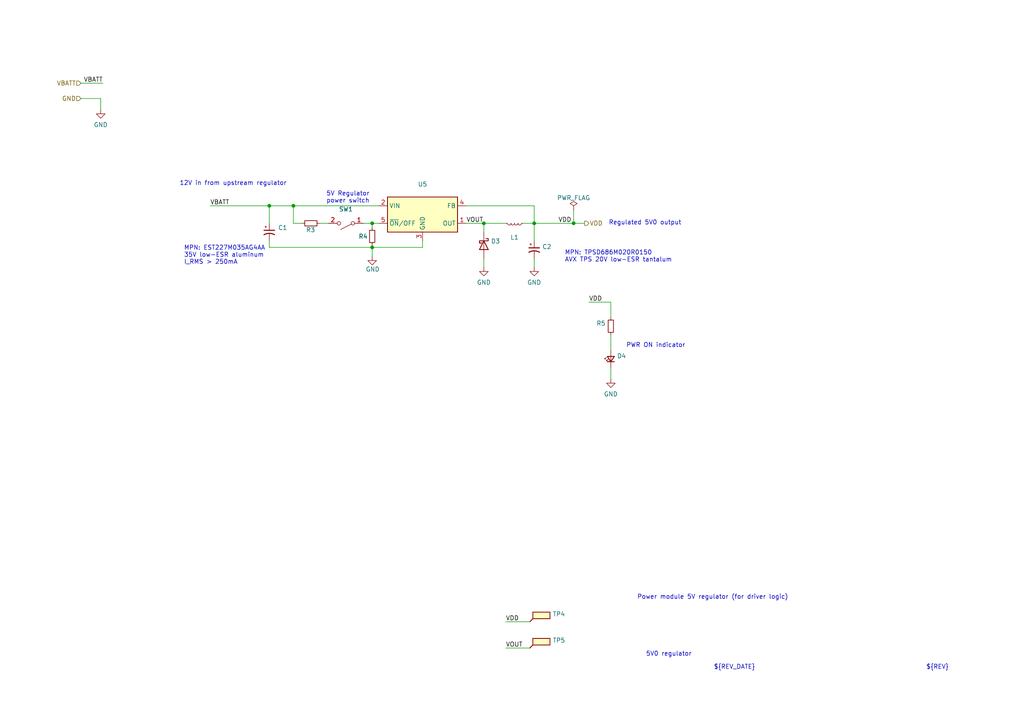
<source format=kicad_sch>
(kicad_sch (version 20211123) (generator eeschema)

  (uuid 090e5b22-8970-4db2-848e-e232f985bb96)

  (paper "A4")

  (lib_symbols
    (symbol "Connector:TestPoint_Flag" (pin_numbers hide) (pin_names (offset 0.762) hide) (in_bom yes) (on_board yes)
      (property "Reference" "TP" (id 0) (at 3.429 1.778 0)
        (effects (font (size 1.27 1.27)))
      )
      (property "Value" "TestPoint_Flag" (id 1) (at 3.302 4.191 0)
        (effects (font (size 1.27 1.27)))
      )
      (property "Footprint" "" (id 2) (at 5.08 0 0)
        (effects (font (size 1.27 1.27)) hide)
      )
      (property "Datasheet" "~" (id 3) (at 5.08 0 0)
        (effects (font (size 1.27 1.27)) hide)
      )
      (property "ki_keywords" "test point tp" (id 4) (at 0 0 0)
        (effects (font (size 1.27 1.27)) hide)
      )
      (property "ki_description" "test point (alternative flag-style design)" (id 5) (at 0 0 0)
        (effects (font (size 1.27 1.27)) hide)
      )
      (property "ki_fp_filters" "Pin* Test*" (id 6) (at 0 0 0)
        (effects (font (size 1.27 1.27)) hide)
      )
      (symbol "TestPoint_Flag_0_1"
        (polyline
          (pts
            (xy 0 0)
            (xy 0.889 0.889)
          )
          (stroke (width 0.254) (type default) (color 0 0 0 0))
          (fill (type none))
        )
        (rectangle (start 0.889 2.794) (end 5.842 0.889)
          (stroke (width 0.254) (type default) (color 0 0 0 0))
          (fill (type background))
        )
      )
      (symbol "TestPoint_Flag_1_1"
        (pin passive line (at 0 0 90) (length 0)
          (name "1" (effects (font (size 1.27 1.27))))
          (number "1" (effects (font (size 1.27 1.27))))
        )
      )
    )
    (symbol "Device:C_Polarized_Small_US" (pin_numbers hide) (pin_names (offset 0.254) hide) (in_bom yes) (on_board yes)
      (property "Reference" "C" (id 0) (at 0.254 1.778 0)
        (effects (font (size 1.27 1.27)) (justify left))
      )
      (property "Value" "C_Polarized_Small_US" (id 1) (at 0.254 -2.032 0)
        (effects (font (size 1.27 1.27)) (justify left))
      )
      (property "Footprint" "" (id 2) (at 0 0 0)
        (effects (font (size 1.27 1.27)) hide)
      )
      (property "Datasheet" "~" (id 3) (at 0 0 0)
        (effects (font (size 1.27 1.27)) hide)
      )
      (property "ki_keywords" "cap capacitor" (id 4) (at 0 0 0)
        (effects (font (size 1.27 1.27)) hide)
      )
      (property "ki_description" "Polarized capacitor, small US symbol" (id 5) (at 0 0 0)
        (effects (font (size 1.27 1.27)) hide)
      )
      (property "ki_fp_filters" "CP_*" (id 6) (at 0 0 0)
        (effects (font (size 1.27 1.27)) hide)
      )
      (symbol "C_Polarized_Small_US_0_1"
        (polyline
          (pts
            (xy -1.524 0.508)
            (xy 1.524 0.508)
          )
          (stroke (width 0.3048) (type default) (color 0 0 0 0))
          (fill (type none))
        )
        (polyline
          (pts
            (xy -1.27 1.524)
            (xy -0.762 1.524)
          )
          (stroke (width 0) (type default) (color 0 0 0 0))
          (fill (type none))
        )
        (polyline
          (pts
            (xy -1.016 1.27)
            (xy -1.016 1.778)
          )
          (stroke (width 0) (type default) (color 0 0 0 0))
          (fill (type none))
        )
        (arc (start 1.524 -0.762) (mid 0 -0.3734) (end -1.524 -0.762)
          (stroke (width 0.3048) (type default) (color 0 0 0 0))
          (fill (type none))
        )
      )
      (symbol "C_Polarized_Small_US_1_1"
        (pin passive line (at 0 2.54 270) (length 2.032)
          (name "~" (effects (font (size 1.27 1.27))))
          (number "1" (effects (font (size 1.27 1.27))))
        )
        (pin passive line (at 0 -2.54 90) (length 2.032)
          (name "~" (effects (font (size 1.27 1.27))))
          (number "2" (effects (font (size 1.27 1.27))))
        )
      )
    )
    (symbol "Device:D_Schottky" (pin_numbers hide) (pin_names (offset 1.016) hide) (in_bom yes) (on_board yes)
      (property "Reference" "D" (id 0) (at 0 2.54 0)
        (effects (font (size 1.27 1.27)))
      )
      (property "Value" "D_Schottky" (id 1) (at 0 -2.54 0)
        (effects (font (size 1.27 1.27)))
      )
      (property "Footprint" "" (id 2) (at 0 0 0)
        (effects (font (size 1.27 1.27)) hide)
      )
      (property "Datasheet" "~" (id 3) (at 0 0 0)
        (effects (font (size 1.27 1.27)) hide)
      )
      (property "ki_keywords" "diode Schottky" (id 4) (at 0 0 0)
        (effects (font (size 1.27 1.27)) hide)
      )
      (property "ki_description" "Schottky diode" (id 5) (at 0 0 0)
        (effects (font (size 1.27 1.27)) hide)
      )
      (property "ki_fp_filters" "TO-???* *_Diode_* *SingleDiode* D_*" (id 6) (at 0 0 0)
        (effects (font (size 1.27 1.27)) hide)
      )
      (symbol "D_Schottky_0_1"
        (polyline
          (pts
            (xy 1.27 0)
            (xy -1.27 0)
          )
          (stroke (width 0) (type default) (color 0 0 0 0))
          (fill (type none))
        )
        (polyline
          (pts
            (xy 1.27 1.27)
            (xy 1.27 -1.27)
            (xy -1.27 0)
            (xy 1.27 1.27)
          )
          (stroke (width 0.254) (type default) (color 0 0 0 0))
          (fill (type none))
        )
        (polyline
          (pts
            (xy -1.905 0.635)
            (xy -1.905 1.27)
            (xy -1.27 1.27)
            (xy -1.27 -1.27)
            (xy -0.635 -1.27)
            (xy -0.635 -0.635)
          )
          (stroke (width 0.254) (type default) (color 0 0 0 0))
          (fill (type none))
        )
      )
      (symbol "D_Schottky_1_1"
        (pin passive line (at -3.81 0 0) (length 2.54)
          (name "K" (effects (font (size 1.27 1.27))))
          (number "1" (effects (font (size 1.27 1.27))))
        )
        (pin passive line (at 3.81 0 180) (length 2.54)
          (name "A" (effects (font (size 1.27 1.27))))
          (number "2" (effects (font (size 1.27 1.27))))
        )
      )
    )
    (symbol "Device:LED_Small" (pin_numbers hide) (pin_names (offset 0.254) hide) (in_bom yes) (on_board yes)
      (property "Reference" "D" (id 0) (at -1.27 3.175 0)
        (effects (font (size 1.27 1.27)) (justify left))
      )
      (property "Value" "LED_Small" (id 1) (at -4.445 -2.54 0)
        (effects (font (size 1.27 1.27)) (justify left))
      )
      (property "Footprint" "" (id 2) (at 0 0 90)
        (effects (font (size 1.27 1.27)) hide)
      )
      (property "Datasheet" "~" (id 3) (at 0 0 90)
        (effects (font (size 1.27 1.27)) hide)
      )
      (property "ki_keywords" "LED diode light-emitting-diode" (id 4) (at 0 0 0)
        (effects (font (size 1.27 1.27)) hide)
      )
      (property "ki_description" "Light emitting diode, small symbol" (id 5) (at 0 0 0)
        (effects (font (size 1.27 1.27)) hide)
      )
      (property "ki_fp_filters" "LED* LED_SMD:* LED_THT:*" (id 6) (at 0 0 0)
        (effects (font (size 1.27 1.27)) hide)
      )
      (symbol "LED_Small_0_1"
        (polyline
          (pts
            (xy -0.762 -1.016)
            (xy -0.762 1.016)
          )
          (stroke (width 0.254) (type default) (color 0 0 0 0))
          (fill (type none))
        )
        (polyline
          (pts
            (xy 1.016 0)
            (xy -0.762 0)
          )
          (stroke (width 0) (type default) (color 0 0 0 0))
          (fill (type none))
        )
        (polyline
          (pts
            (xy 0.762 -1.016)
            (xy -0.762 0)
            (xy 0.762 1.016)
            (xy 0.762 -1.016)
          )
          (stroke (width 0.254) (type default) (color 0 0 0 0))
          (fill (type none))
        )
        (polyline
          (pts
            (xy 0 0.762)
            (xy -0.508 1.27)
            (xy -0.254 1.27)
            (xy -0.508 1.27)
            (xy -0.508 1.016)
          )
          (stroke (width 0) (type default) (color 0 0 0 0))
          (fill (type none))
        )
        (polyline
          (pts
            (xy 0.508 1.27)
            (xy 0 1.778)
            (xy 0.254 1.778)
            (xy 0 1.778)
            (xy 0 1.524)
          )
          (stroke (width 0) (type default) (color 0 0 0 0))
          (fill (type none))
        )
      )
      (symbol "LED_Small_1_1"
        (pin passive line (at -2.54 0 0) (length 1.778)
          (name "K" (effects (font (size 1.27 1.27))))
          (number "1" (effects (font (size 1.27 1.27))))
        )
        (pin passive line (at 2.54 0 180) (length 1.778)
          (name "A" (effects (font (size 1.27 1.27))))
          (number "2" (effects (font (size 1.27 1.27))))
        )
      )
    )
    (symbol "Device:L_Small" (pin_numbers hide) (pin_names (offset 0.254) hide) (in_bom yes) (on_board yes)
      (property "Reference" "L" (id 0) (at 0.762 1.016 0)
        (effects (font (size 1.27 1.27)) (justify left))
      )
      (property "Value" "L_Small" (id 1) (at 0.762 -1.016 0)
        (effects (font (size 1.27 1.27)) (justify left))
      )
      (property "Footprint" "" (id 2) (at 0 0 0)
        (effects (font (size 1.27 1.27)) hide)
      )
      (property "Datasheet" "~" (id 3) (at 0 0 0)
        (effects (font (size 1.27 1.27)) hide)
      )
      (property "ki_keywords" "inductor choke coil reactor magnetic" (id 4) (at 0 0 0)
        (effects (font (size 1.27 1.27)) hide)
      )
      (property "ki_description" "Inductor, small symbol" (id 5) (at 0 0 0)
        (effects (font (size 1.27 1.27)) hide)
      )
      (property "ki_fp_filters" "Choke_* *Coil* Inductor_* L_*" (id 6) (at 0 0 0)
        (effects (font (size 1.27 1.27)) hide)
      )
      (symbol "L_Small_0_1"
        (arc (start 0 -2.032) (mid 0.508 -1.524) (end 0 -1.016)
          (stroke (width 0) (type default) (color 0 0 0 0))
          (fill (type none))
        )
        (arc (start 0 -1.016) (mid 0.508 -0.508) (end 0 0)
          (stroke (width 0) (type default) (color 0 0 0 0))
          (fill (type none))
        )
        (arc (start 0 0) (mid 0.508 0.508) (end 0 1.016)
          (stroke (width 0) (type default) (color 0 0 0 0))
          (fill (type none))
        )
        (arc (start 0 1.016) (mid 0.508 1.524) (end 0 2.032)
          (stroke (width 0) (type default) (color 0 0 0 0))
          (fill (type none))
        )
      )
      (symbol "L_Small_1_1"
        (pin passive line (at 0 2.54 270) (length 0.508)
          (name "~" (effects (font (size 1.27 1.27))))
          (number "1" (effects (font (size 1.27 1.27))))
        )
        (pin passive line (at 0 -2.54 90) (length 0.508)
          (name "~" (effects (font (size 1.27 1.27))))
          (number "2" (effects (font (size 1.27 1.27))))
        )
      )
    )
    (symbol "Device:R_Small" (pin_numbers hide) (pin_names (offset 0.254) hide) (in_bom yes) (on_board yes)
      (property "Reference" "R" (id 0) (at 0.762 0.508 0)
        (effects (font (size 1.27 1.27)) (justify left))
      )
      (property "Value" "R_Small" (id 1) (at 0.762 -1.016 0)
        (effects (font (size 1.27 1.27)) (justify left))
      )
      (property "Footprint" "" (id 2) (at 0 0 0)
        (effects (font (size 1.27 1.27)) hide)
      )
      (property "Datasheet" "~" (id 3) (at 0 0 0)
        (effects (font (size 1.27 1.27)) hide)
      )
      (property "ki_keywords" "R resistor" (id 4) (at 0 0 0)
        (effects (font (size 1.27 1.27)) hide)
      )
      (property "ki_description" "Resistor, small symbol" (id 5) (at 0 0 0)
        (effects (font (size 1.27 1.27)) hide)
      )
      (property "ki_fp_filters" "R_*" (id 6) (at 0 0 0)
        (effects (font (size 1.27 1.27)) hide)
      )
      (symbol "R_Small_0_1"
        (rectangle (start -0.762 1.778) (end 0.762 -1.778)
          (stroke (width 0.2032) (type default) (color 0 0 0 0))
          (fill (type none))
        )
      )
      (symbol "R_Small_1_1"
        (pin passive line (at 0 2.54 270) (length 0.762)
          (name "~" (effects (font (size 1.27 1.27))))
          (number "1" (effects (font (size 1.27 1.27))))
        )
        (pin passive line (at 0 -2.54 90) (length 0.762)
          (name "~" (effects (font (size 1.27 1.27))))
          (number "2" (effects (font (size 1.27 1.27))))
        )
      )
    )
    (symbol "Regulator_Switching:LM2595T-5" (in_bom yes) (on_board yes)
      (property "Reference" "U" (id 0) (at -10.16 6.35 0)
        (effects (font (size 1.27 1.27)) (justify left))
      )
      (property "Value" "LM2595T-5" (id 1) (at 0 6.35 0)
        (effects (font (size 1.27 1.27)) (justify left))
      )
      (property "Footprint" "Package_TO_SOT_THT:TO-220-5_P3.4x3.7mm_StaggerOdd_Lead3.8mm_Vertical" (id 2) (at 1.27 -6.35 0)
        (effects (font (size 1.27 1.27) italic) (justify left) hide)
      )
      (property "Datasheet" "http://www.ti.com.cn/cn/lit/ds/symlink/lm2595.pdf" (id 3) (at 0 0 0)
        (effects (font (size 1.27 1.27)) hide)
      )
      (property "ki_keywords" "Step-Down Voltage Regulator 5V 1A" (id 4) (at 0 0 0)
        (effects (font (size 1.27 1.27)) hide)
      )
      (property "ki_description" "5V, 1A Step-Down Voltage Regulator, TO-220-5" (id 5) (at 0 0 0)
        (effects (font (size 1.27 1.27)) hide)
      )
      (property "ki_fp_filters" "TO?220*" (id 6) (at 0 0 0)
        (effects (font (size 1.27 1.27)) hide)
      )
      (symbol "LM2595T-5_0_1"
        (rectangle (start -10.16 5.08) (end 10.16 -5.08)
          (stroke (width 0.254) (type default) (color 0 0 0 0))
          (fill (type background))
        )
      )
      (symbol "LM2595T-5_1_1"
        (pin output line (at 12.7 -2.54 180) (length 2.54)
          (name "OUT" (effects (font (size 1.27 1.27))))
          (number "1" (effects (font (size 1.27 1.27))))
        )
        (pin power_in line (at -12.7 2.54 0) (length 2.54)
          (name "VIN" (effects (font (size 1.27 1.27))))
          (number "2" (effects (font (size 1.27 1.27))))
        )
        (pin power_in line (at 0 -7.62 90) (length 2.54)
          (name "GND" (effects (font (size 1.27 1.27))))
          (number "3" (effects (font (size 1.27 1.27))))
        )
        (pin input line (at 12.7 2.54 180) (length 2.54)
          (name "FB" (effects (font (size 1.27 1.27))))
          (number "4" (effects (font (size 1.27 1.27))))
        )
        (pin input line (at -12.7 -2.54 0) (length 2.54)
          (name "~{ON}/OFF" (effects (font (size 1.27 1.27))))
          (number "5" (effects (font (size 1.27 1.27))))
        )
      )
    )
    (symbol "Switch:SW_SPST" (pin_names (offset 0) hide) (in_bom yes) (on_board yes)
      (property "Reference" "SW" (id 0) (at 0 3.175 0)
        (effects (font (size 1.27 1.27)))
      )
      (property "Value" "SW_SPST" (id 1) (at 0 -2.54 0)
        (effects (font (size 1.27 1.27)))
      )
      (property "Footprint" "" (id 2) (at 0 0 0)
        (effects (font (size 1.27 1.27)) hide)
      )
      (property "Datasheet" "~" (id 3) (at 0 0 0)
        (effects (font (size 1.27 1.27)) hide)
      )
      (property "ki_keywords" "switch lever" (id 4) (at 0 0 0)
        (effects (font (size 1.27 1.27)) hide)
      )
      (property "ki_description" "Single Pole Single Throw (SPST) switch" (id 5) (at 0 0 0)
        (effects (font (size 1.27 1.27)) hide)
      )
      (symbol "SW_SPST_0_0"
        (circle (center -2.032 0) (radius 0.508)
          (stroke (width 0) (type default) (color 0 0 0 0))
          (fill (type none))
        )
        (polyline
          (pts
            (xy -1.524 0.254)
            (xy 1.524 1.778)
          )
          (stroke (width 0) (type default) (color 0 0 0 0))
          (fill (type none))
        )
        (circle (center 2.032 0) (radius 0.508)
          (stroke (width 0) (type default) (color 0 0 0 0))
          (fill (type none))
        )
      )
      (symbol "SW_SPST_1_1"
        (pin passive line (at -5.08 0 0) (length 2.54)
          (name "A" (effects (font (size 1.27 1.27))))
          (number "1" (effects (font (size 1.27 1.27))))
        )
        (pin passive line (at 5.08 0 180) (length 2.54)
          (name "B" (effects (font (size 1.27 1.27))))
          (number "2" (effects (font (size 1.27 1.27))))
        )
      )
    )
    (symbol "power:GND" (power) (pin_names (offset 0)) (in_bom yes) (on_board yes)
      (property "Reference" "#PWR" (id 0) (at 0 -6.35 0)
        (effects (font (size 1.27 1.27)) hide)
      )
      (property "Value" "GND" (id 1) (at 0 -3.81 0)
        (effects (font (size 1.27 1.27)))
      )
      (property "Footprint" "" (id 2) (at 0 0 0)
        (effects (font (size 1.27 1.27)) hide)
      )
      (property "Datasheet" "" (id 3) (at 0 0 0)
        (effects (font (size 1.27 1.27)) hide)
      )
      (property "ki_keywords" "power-flag" (id 4) (at 0 0 0)
        (effects (font (size 1.27 1.27)) hide)
      )
      (property "ki_description" "Power symbol creates a global label with name \"GND\" , ground" (id 5) (at 0 0 0)
        (effects (font (size 1.27 1.27)) hide)
      )
      (symbol "GND_0_1"
        (polyline
          (pts
            (xy 0 0)
            (xy 0 -1.27)
            (xy 1.27 -1.27)
            (xy 0 -2.54)
            (xy -1.27 -1.27)
            (xy 0 -1.27)
          )
          (stroke (width 0) (type default) (color 0 0 0 0))
          (fill (type none))
        )
      )
      (symbol "GND_1_1"
        (pin power_in line (at 0 0 270) (length 0) hide
          (name "GND" (effects (font (size 1.27 1.27))))
          (number "1" (effects (font (size 1.27 1.27))))
        )
      )
    )
    (symbol "power:PWR_FLAG" (power) (pin_numbers hide) (pin_names (offset 0) hide) (in_bom yes) (on_board yes)
      (property "Reference" "#FLG" (id 0) (at 0 1.905 0)
        (effects (font (size 1.27 1.27)) hide)
      )
      (property "Value" "PWR_FLAG" (id 1) (at 0 3.81 0)
        (effects (font (size 1.27 1.27)))
      )
      (property "Footprint" "" (id 2) (at 0 0 0)
        (effects (font (size 1.27 1.27)) hide)
      )
      (property "Datasheet" "~" (id 3) (at 0 0 0)
        (effects (font (size 1.27 1.27)) hide)
      )
      (property "ki_keywords" "power-flag" (id 4) (at 0 0 0)
        (effects (font (size 1.27 1.27)) hide)
      )
      (property "ki_description" "Special symbol for telling ERC where power comes from" (id 5) (at 0 0 0)
        (effects (font (size 1.27 1.27)) hide)
      )
      (symbol "PWR_FLAG_0_0"
        (pin power_out line (at 0 0 90) (length 0)
          (name "pwr" (effects (font (size 1.27 1.27))))
          (number "1" (effects (font (size 1.27 1.27))))
        )
      )
      (symbol "PWR_FLAG_0_1"
        (polyline
          (pts
            (xy 0 0)
            (xy 0 1.27)
            (xy -1.016 1.905)
            (xy 0 2.54)
            (xy 1.016 1.905)
            (xy 0 1.27)
          )
          (stroke (width 0) (type default) (color 0 0 0 0))
          (fill (type none))
        )
      )
    )
  )

  (junction (at 78.105 59.69) (diameter 0) (color 0 0 0 0)
    (uuid 2beaeb1f-be2d-4eae-86db-4de23608a7b3)
  )
  (junction (at 107.95 64.77) (diameter 0) (color 0 0 0 0)
    (uuid 42707efe-53da-404d-bbcd-10a2cb955d41)
  )
  (junction (at 140.335 64.77) (diameter 0) (color 0 0 0 0)
    (uuid 6cf63b50-9753-46e3-9a5c-196472c9c47c)
  )
  (junction (at 154.94 64.77) (diameter 0) (color 0 0 0 0)
    (uuid 87404ed6-a61a-4766-acd6-7aa887502b10)
  )
  (junction (at 85.09 59.69) (diameter 0) (color 0 0 0 0)
    (uuid acdf5b4a-124f-4dec-8681-c214e1a16017)
  )
  (junction (at 107.95 71.755) (diameter 0) (color 0 0 0 0)
    (uuid c258b015-f279-424c-b071-96fdfa741262)
  )
  (junction (at 166.37 64.77) (diameter 0) (color 0 0 0 0)
    (uuid f3b74707-6c04-4176-9960-86b125e6b113)
  )

  (wire (pts (xy 78.105 69.85) (xy 78.105 71.755))
    (stroke (width 0) (type default) (color 0 0 0 0))
    (uuid 0078fbf2-0b7f-48a6-acee-5c58b07fba98)
  )
  (wire (pts (xy 78.105 71.755) (xy 107.95 71.755))
    (stroke (width 0) (type default) (color 0 0 0 0))
    (uuid 09351f79-a69f-490c-a377-4240af681450)
  )
  (wire (pts (xy 177.165 87.63) (xy 177.165 92.075))
    (stroke (width 0) (type default) (color 0 0 0 0))
    (uuid 096cf7b3-d386-4c4a-a127-45d7562839da)
  )
  (wire (pts (xy 154.94 64.77) (xy 166.37 64.77))
    (stroke (width 0) (type default) (color 0 0 0 0))
    (uuid 0c21b9d9-3366-498d-97d8-a18e2e9a748e)
  )
  (wire (pts (xy 154.94 74.93) (xy 154.94 77.47))
    (stroke (width 0) (type default) (color 0 0 0 0))
    (uuid 0d7c3633-7661-4c4e-9d28-f175badbe1a8)
  )
  (wire (pts (xy 85.09 59.69) (xy 109.855 59.69))
    (stroke (width 0) (type default) (color 0 0 0 0))
    (uuid 17fb74b7-7483-4e08-a1cd-2f483e2f237e)
  )
  (wire (pts (xy 78.105 59.69) (xy 78.105 64.77))
    (stroke (width 0) (type default) (color 0 0 0 0))
    (uuid 243d1e65-9462-44f2-810d-ed690910cdb8)
  )
  (wire (pts (xy 23.495 24.13) (xy 29.845 24.13))
    (stroke (width 0) (type default) (color 0 0 0 0))
    (uuid 3317b5f9-4842-485c-b495-26278c6f5411)
  )
  (wire (pts (xy 146.685 180.34) (xy 153.67 180.34))
    (stroke (width 0) (type default) (color 0 0 0 0))
    (uuid 3e643942-d28b-4880-be4d-509a1fbac50e)
  )
  (wire (pts (xy 154.94 59.69) (xy 154.94 64.77))
    (stroke (width 0) (type default) (color 0 0 0 0))
    (uuid 43a780f9-5de1-406f-8a46-bdc2778ba399)
  )
  (wire (pts (xy 105.41 64.77) (xy 107.95 64.77))
    (stroke (width 0) (type default) (color 0 0 0 0))
    (uuid 5eec7e8e-4b37-4367-8eb6-89c0b6817359)
  )
  (wire (pts (xy 107.95 71.755) (xy 107.95 74.295))
    (stroke (width 0) (type default) (color 0 0 0 0))
    (uuid 62bade1d-a0fa-4a00-83df-ec3825acbf80)
  )
  (wire (pts (xy 135.255 59.69) (xy 154.94 59.69))
    (stroke (width 0) (type default) (color 0 0 0 0))
    (uuid 6817e96f-ecc0-4063-ab68-2455a6a45417)
  )
  (wire (pts (xy 85.09 64.77) (xy 85.09 59.69))
    (stroke (width 0) (type default) (color 0 0 0 0))
    (uuid 6d334d7d-ff08-49b7-814f-958cb901cd3d)
  )
  (wire (pts (xy 107.95 71.755) (xy 122.555 71.755))
    (stroke (width 0) (type default) (color 0 0 0 0))
    (uuid 7200c1e8-86a4-45e9-b37c-3adefd3ea9bc)
  )
  (wire (pts (xy 87.63 64.77) (xy 85.09 64.77))
    (stroke (width 0) (type default) (color 0 0 0 0))
    (uuid 732f9003-cf4a-467b-a489-b2d9a6decd00)
  )
  (wire (pts (xy 135.255 64.77) (xy 140.335 64.77))
    (stroke (width 0) (type default) (color 0 0 0 0))
    (uuid 758062d1-9128-469a-8099-8ec86af56476)
  )
  (wire (pts (xy 166.37 60.96) (xy 166.37 64.77))
    (stroke (width 0) (type default) (color 0 0 0 0))
    (uuid 7be6867a-20ce-48bf-80f7-514009d5aaa8)
  )
  (wire (pts (xy 140.335 64.77) (xy 146.685 64.77))
    (stroke (width 0) (type default) (color 0 0 0 0))
    (uuid 7e4a054b-b85e-4946-97df-fed567c2c37c)
  )
  (wire (pts (xy 166.37 64.77) (xy 169.545 64.77))
    (stroke (width 0) (type default) (color 0 0 0 0))
    (uuid 82df34c5-d10a-4790-8381-2954add487a3)
  )
  (wire (pts (xy 140.335 67.31) (xy 140.335 64.77))
    (stroke (width 0) (type default) (color 0 0 0 0))
    (uuid 96dcb930-7b5b-4d28-893d-dca3dc5cde7a)
  )
  (wire (pts (xy 146.685 187.96) (xy 153.67 187.96))
    (stroke (width 0) (type default) (color 0 0 0 0))
    (uuid 9eb3d7af-6b9c-42a3-98dc-830f07f41f04)
  )
  (wire (pts (xy 140.335 74.93) (xy 140.335 77.47))
    (stroke (width 0) (type default) (color 0 0 0 0))
    (uuid a541849a-df89-4690-b9e4-1f46ceb1c5fb)
  )
  (wire (pts (xy 107.95 71.12) (xy 107.95 71.755))
    (stroke (width 0) (type default) (color 0 0 0 0))
    (uuid a571af83-a819-4213-a205-6a3d4167576a)
  )
  (wire (pts (xy 154.94 64.77) (xy 154.94 69.85))
    (stroke (width 0) (type default) (color 0 0 0 0))
    (uuid bca6164a-5cf6-4245-b970-d585fa6130c8)
  )
  (wire (pts (xy 23.495 28.575) (xy 29.21 28.575))
    (stroke (width 0) (type default) (color 0 0 0 0))
    (uuid cadb8a6a-c25c-4065-af2e-e100afd3a7c2)
  )
  (wire (pts (xy 177.165 106.68) (xy 177.165 109.855))
    (stroke (width 0) (type default) (color 0 0 0 0))
    (uuid cf8d3559-8e92-44cf-94fb-df65c6a6c462)
  )
  (wire (pts (xy 107.95 64.77) (xy 107.95 66.04))
    (stroke (width 0) (type default) (color 0 0 0 0))
    (uuid d5512f2f-7c5f-46eb-ab16-d90baa5cda2e)
  )
  (wire (pts (xy 170.815 87.63) (xy 177.165 87.63))
    (stroke (width 0) (type default) (color 0 0 0 0))
    (uuid d8f80aed-97b2-4fa1-82d4-59895a6c80b1)
  )
  (wire (pts (xy 122.555 71.755) (xy 122.555 69.85))
    (stroke (width 0) (type default) (color 0 0 0 0))
    (uuid def2d54e-5eb2-41c7-87e7-9065702de384)
  )
  (wire (pts (xy 177.165 97.155) (xy 177.165 101.6))
    (stroke (width 0) (type default) (color 0 0 0 0))
    (uuid e731be15-55d3-4566-bef3-4b77ed3f848a)
  )
  (wire (pts (xy 92.71 64.77) (xy 95.25 64.77))
    (stroke (width 0) (type default) (color 0 0 0 0))
    (uuid e858366f-5495-4a43-abd9-13c2a6aa2f32)
  )
  (wire (pts (xy 78.105 59.69) (xy 85.09 59.69))
    (stroke (width 0) (type default) (color 0 0 0 0))
    (uuid f059a5e0-ad42-4eac-85de-01cbe750e9ab)
  )
  (wire (pts (xy 107.95 64.77) (xy 109.855 64.77))
    (stroke (width 0) (type default) (color 0 0 0 0))
    (uuid f3e5e801-58bf-427b-9971-b51411db42ce)
  )
  (wire (pts (xy 29.21 28.575) (xy 29.21 31.75))
    (stroke (width 0) (type default) (color 0 0 0 0))
    (uuid f52ce944-97f0-4249-975b-14d1821e48b4)
  )
  (wire (pts (xy 151.765 64.77) (xy 154.94 64.77))
    (stroke (width 0) (type default) (color 0 0 0 0))
    (uuid f6326965-cd07-48f2-87f3-c97517bef0ce)
  )
  (wire (pts (xy 60.96 59.69) (xy 78.105 59.69))
    (stroke (width 0) (type default) (color 0 0 0 0))
    (uuid ff7b739c-3ff5-431a-9072-c40bd3d1a203)
  )

  (text "MPN: TPSD686M020R0150\nAVX TPS 20V low-ESR tantalum"
    (at 163.7875 76.1683 0)
    (effects (font (size 1.27 1.27)) (justify left bottom))
    (uuid 013c83a2-f633-4742-94e2-f3f8e32a80ea)
  )
  (text "12V in from upstream regulator" (at 52.07 53.975 0)
    (effects (font (size 1.27 1.27)) (justify left bottom))
    (uuid 18f40c84-a8c3-4547-929a-1125820d20f3)
  )
  (text "Power module 5V regulator (for driver logic)" (at 184.785 173.99 0)
    (effects (font (size 1.27 1.27)) (justify left bottom))
    (uuid 1e89f816-517b-4dbb-85de-7ec626bbb343)
  )
  (text "MPN: EST227M035AG4AA\n35V low-ESR aluminum\nI_RMS > 250mA\n"
    (at 53.34 76.835 0)
    (effects (font (size 1.27 1.27)) (justify left bottom))
    (uuid 22f9c55d-74d8-4330-96cf-da1e6b20da49)
  )
  (text "${REV}\n" (at 268.605 194.31 0)
    (effects (font (size 1.27 1.27)) (justify left bottom))
    (uuid 41ef08a2-6365-4cec-8756-fefe32772dc1)
  )
  (text "Regulated 5V0 output" (at 176.53 65.405 0)
    (effects (font (size 1.27 1.27)) (justify left bottom))
    (uuid 45676493-f30b-43e9-be27-6fc73d4df73c)
  )
  (text "5V0 regulator" (at 187.325 190.5 0)
    (effects (font (size 1.27 1.27)) (justify left bottom))
    (uuid 4850a3c3-53fa-4223-afa1-096d1a2b9de0)
  )
  (text "5V Regulator\npower switch" (at 94.615 59.055 0)
    (effects (font (size 1.27 1.27)) (justify left bottom))
    (uuid 4873f97c-1ea6-411c-9328-08e9698c0b99)
  )
  (text "${REV_DATE}" (at 207.01 194.31 0)
    (effects (font (size 1.27 1.27)) (justify left bottom))
    (uuid 5c59c4bc-d629-4787-8c5f-935c43612459)
  )
  (text "PWR ON indicator" (at 181.61 100.965 0)
    (effects (font (size 1.27 1.27)) (justify left bottom))
    (uuid dccc239a-9df1-4b37-bdf7-6d3ed7655dee)
  )

  (label "VBATT" (at 29.845 24.13 180)
    (effects (font (size 1.27 1.27)) (justify right bottom))
    (uuid 13fb7a70-8eca-4ede-8c82-19167cd6cac8)
  )
  (label "VOUT" (at 135.255 64.77 0)
    (effects (font (size 1.27 1.27)) (justify left bottom))
    (uuid 3f191142-b1f8-4793-b6cc-932b580ff40d)
  )
  (label "VDD" (at 170.815 87.63 0)
    (effects (font (size 1.27 1.27)) (justify left bottom))
    (uuid 61f092db-d732-44e6-ab5b-e56a273f9e01)
  )
  (label "VOUT" (at 146.685 187.96 0)
    (effects (font (size 1.27 1.27)) (justify left bottom))
    (uuid 7dca555c-aa64-4ff7-ba72-4737edb61dd6)
  )
  (label "VDD" (at 161.925 64.77 0)
    (effects (font (size 1.27 1.27)) (justify left bottom))
    (uuid ba4d3067-3e4b-4ebd-854a-f77c977361d1)
  )
  (label "VDD" (at 146.685 180.34 0)
    (effects (font (size 1.27 1.27)) (justify left bottom))
    (uuid dfd58ab0-6575-4c21-9254-e1fa1b1df377)
  )
  (label "VBATT" (at 60.96 59.69 0)
    (effects (font (size 1.27 1.27)) (justify left bottom))
    (uuid fb112e98-d301-469c-b21f-76a9a9187dc9)
  )

  (hierarchical_label "VBATT" (shape input) (at 23.495 24.13 180)
    (effects (font (size 1.27 1.27)) (justify right))
    (uuid 169c08bf-ad71-4b16-aafe-db33fc4f92dd)
  )
  (hierarchical_label "VDD" (shape output) (at 169.545 64.77 0)
    (effects (font (size 1.27 1.27)) (justify left))
    (uuid be803956-a133-426b-92c9-01e4ecee224a)
  )
  (hierarchical_label "GND" (shape input) (at 23.495 28.575 180)
    (effects (font (size 1.27 1.27)) (justify right))
    (uuid d6e72d95-84ef-448e-a85d-f944d143afa9)
  )

  (symbol (lib_id "power:GND") (at 154.94 77.47 0) (unit 1)
    (in_bom yes) (on_board yes) (fields_autoplaced)
    (uuid 0effd595-d78e-4afc-9d6e-544174632bc4)
    (property "Reference" "#PWR023" (id 0) (at 154.94 83.82 0)
      (effects (font (size 1.27 1.27)) hide)
    )
    (property "Value" "GND" (id 1) (at 154.94 81.9134 0))
    (property "Footprint" "" (id 2) (at 154.94 77.47 0)
      (effects (font (size 1.27 1.27)) hide)
    )
    (property "Datasheet" "" (id 3) (at 154.94 77.47 0)
      (effects (font (size 1.27 1.27)) hide)
    )
    (pin "1" (uuid 49c8f873-adbf-47ae-bdff-997cedda474c))
  )

  (symbol (lib_id "Switch:SW_SPST") (at 100.33 64.77 180) (unit 1)
    (in_bom yes) (on_board yes) (fields_autoplaced)
    (uuid 2956747f-6a49-4991-9735-0ffe95ee495a)
    (property "Reference" "SW1" (id 0) (at 100.33 60.6892 0))
    (property "Value" "" (id 1) (at 100.33 63.2261 0))
    (property "Footprint" "" (id 2) (at 100.33 64.77 0)
      (effects (font (size 1.27 1.27)) hide)
    )
    (property "Datasheet" "https://www.cuidevices.com/product/resource/ds01-254.pdf" (id 3) (at 100.33 64.77 0)
      (effects (font (size 1.27 1.27)) hide)
    )
    (property "MPN" "DS01-254-S-01BE" (id 4) (at 100.33 64.77 90)
      (effects (font (size 1.27 1.27)) hide)
    )
    (property "MANUFACTURER" "CUI Devices" (id 5) (at 100.33 64.77 90)
      (effects (font (size 1.27 1.27)) hide)
    )
    (property "Comment" "Any 1x SPST THT dip switch w/ same footprint OK" (id 6) (at 100.33 64.77 0)
      (effects (font (size 1.27 1.27)) hide)
    )
    (property "SPN" "2223-DS01-254-S-01BE-ND" (id 7) (at 100.33 64.77 0)
      (effects (font (size 1.27 1.27)) hide)
    )
    (property "Supplier" "DigiKey" (id 8) (at 100.33 64.77 0)
      (effects (font (size 1.27 1.27)) hide)
    )
    (pin "1" (uuid b47c6292-2c4f-4f15-8a1b-8477448dfbd2))
    (pin "2" (uuid 1673cc48-0bb6-46a4-bb8e-4c6c4b5c96e4))
  )

  (symbol (lib_id "power:PWR_FLAG") (at 166.37 60.96 0) (unit 1)
    (in_bom yes) (on_board yes) (fields_autoplaced)
    (uuid 2988c8bd-9fb3-4509-a0f4-5dfeb02e4567)
    (property "Reference" "#FLG03" (id 0) (at 166.37 59.055 0)
      (effects (font (size 1.27 1.27)) hide)
    )
    (property "Value" "PWR_FLAG" (id 1) (at 166.37 57.3842 0))
    (property "Footprint" "" (id 2) (at 166.37 60.96 0)
      (effects (font (size 1.27 1.27)) hide)
    )
    (property "Datasheet" "~" (id 3) (at 166.37 60.96 0)
      (effects (font (size 1.27 1.27)) hide)
    )
    (pin "1" (uuid ef1b547e-82b3-4476-a02e-b01398ebf677))
  )

  (symbol (lib_id "Device:C_Polarized_Small_US") (at 78.105 67.31 0) (unit 1)
    (in_bom yes) (on_board yes)
    (uuid 4014870e-9221-4c70-abbe-31d4e6264865)
    (property "Reference" "C1" (id 0) (at 80.645 66.04 0)
      (effects (font (size 1.27 1.27)) (justify left))
    )
    (property "Value" "" (id 1) (at 80.01 67.945 0)
      (effects (font (size 1.27 1.27)) (justify left))
    )
    (property "Footprint" "" (id 2) (at 78.105 67.31 0)
      (effects (font (size 1.27 1.27)) hide)
    )
    (property "Datasheet" "https://content.kemet.com/datasheets/KEM_A4010_EST.pdf" (id 3) (at 78.105 67.31 0)
      (effects (font (size 1.27 1.27)) hide)
    )
    (property "MPN" "EST227M035AG4AA" (id 5) (at 78.105 67.31 0)
      (effects (font (size 1.27 1.27)) hide)
    )
    (property "MANUFACTURER" "KEMET" (id 6) (at 78.105 67.31 0)
      (effects (font (size 1.27 1.27)) hide)
    )
    (property "Comment" "220u 20% 35V low-ESR (<=160mOhm), I_RMS>250mA aluminum" (id 4) (at 78.105 67.31 0)
      (effects (font (size 1.27 1.27)) hide)
    )
    (property "SPN" "399-6615-ND" (id 7) (at 78.105 67.31 0)
      (effects (font (size 1.27 1.27)) hide)
    )
    (property "Supplier" "DigiKey" (id 8) (at 78.105 67.31 0)
      (effects (font (size 1.27 1.27)) hide)
    )
    (pin "1" (uuid ba32eaec-fda2-4775-b347-9ae86e113cc8))
    (pin "2" (uuid 57e5eaa7-b415-4090-ab6b-0947c7c0ad9f))
  )

  (symbol (lib_id "power:GND") (at 107.95 74.295 0) (unit 1)
    (in_bom yes) (on_board yes)
    (uuid 4f8a6d9c-fb50-4422-807c-a892f2390e15)
    (property "Reference" "#PWR021" (id 0) (at 107.95 80.645 0)
      (effects (font (size 1.27 1.27)) hide)
    )
    (property "Value" "GND" (id 1) (at 106.045 78.105 0)
      (effects (font (size 1.27 1.27)) (justify left))
    )
    (property "Footprint" "" (id 2) (at 107.95 74.295 0)
      (effects (font (size 1.27 1.27)) hide)
    )
    (property "Datasheet" "" (id 3) (at 107.95 74.295 0)
      (effects (font (size 1.27 1.27)) hide)
    )
    (pin "1" (uuid da4febf7-8675-4eb9-a056-2d9f426d2c0c))
  )

  (symbol (lib_id "Device:C_Polarized_Small_US") (at 154.94 72.39 0) (unit 1)
    (in_bom yes) (on_board yes) (fields_autoplaced)
    (uuid 551104c8-00ba-49fa-b0a6-427432189ef3)
    (property "Reference" "C2" (id 0) (at 157.2641 71.5616 0)
      (effects (font (size 1.27 1.27)) (justify left))
    )
    (property "Value" "" (id 1) (at 157.2641 74.0985 0)
      (effects (font (size 1.27 1.27)) (justify left))
    )
    (property "Footprint" "" (id 2) (at 154.94 72.39 0)
      (effects (font (size 1.27 1.27)) hide)
    )
    (property "Datasheet" "https://datasheets.kyocera-avx.com/TPS.pdf" (id 3) (at 154.94 72.39 0)
      (effects (font (size 1.27 1.27)) hide)
    )
    (property "MPN" "TPSD686M020R0150" (id 5) (at 154.94 72.39 0)
      (effects (font (size 1.27 1.27)) hide)
    )
    (property "MANUFACTURER" "KYOCERA AVX" (id 6) (at 154.94 72.39 0)
      (effects (font (size 1.27 1.27)) hide)
    )
    (property "Comment" "68u 10% AVX TPS 20V low-ESR (<=150mOhm) solid tantalum; exact MPN" (id 4) (at 154.94 72.39 0)
      (effects (font (size 1.27 1.27)) hide)
    )
    (property "SPN" "478-9217-1-ND" (id 7) (at 154.94 72.39 0)
      (effects (font (size 1.27 1.27)) hide)
    )
    (property "Supplier" "DigiKey" (id 8) (at 154.94 72.39 0)
      (effects (font (size 1.27 1.27)) hide)
    )
    (pin "1" (uuid 706cb789-8e44-489a-ba4d-c1b5441ac9b4))
    (pin "2" (uuid 9e420776-60c4-42ec-894a-3fdb70fe1788))
  )

  (symbol (lib_id "Device:R_Small") (at 90.17 64.77 270) (mirror x) (unit 1)
    (in_bom yes) (on_board yes)
    (uuid 65ca3a3c-952d-46d9-89f8-62f50f2ebd7f)
    (property "Reference" "R3" (id 0) (at 91.44 66.675 90)
      (effects (font (size 1.27 1.27)) (justify right))
    )
    (property "Value" "" (id 1) (at 92.075 68.58 90)
      (effects (font (size 1.27 1.27)) (justify right))
    )
    (property "Footprint" "" (id 2) (at 90.17 64.77 0)
      (effects (font (size 1.27 1.27)) hide)
    )
    (property "Datasheet" "~" (id 3) (at 90.17 64.77 0)
      (effects (font (size 1.27 1.27)) hide)
    )
    (property "Comment" "10K THT resistor; +/-5%; 1/8W " (id 4) (at 90.17 64.77 0)
      (effects (font (size 1.27 1.27)) hide)
    )
    (property "MANUFACTURER" "Stackpole" (id 5) (at 90.17 64.77 0)
      (effects (font (size 1.27 1.27)) hide)
    )
    (property "MPN" "CF18JT10K0" (id 6) (at 90.17 64.77 0)
      (effects (font (size 1.27 1.27)) hide)
    )
    (property "SPN" "CF18JT10K0CT-ND" (id 7) (at 90.17 64.77 0)
      (effects (font (size 1.27 1.27)) hide)
    )
    (property "Supplier" "DigiKey" (id 8) (at 90.17 64.77 0)
      (effects (font (size 1.27 1.27)) hide)
    )
    (pin "1" (uuid f40b45e4-1c29-44a2-b6cc-a77ac7364881))
    (pin "2" (uuid aa2a952c-e9f2-4423-9541-319920373853))
  )

  (symbol (lib_id "power:GND") (at 29.21 31.75 0) (unit 1)
    (in_bom yes) (on_board yes) (fields_autoplaced)
    (uuid 7f932210-125e-4a39-b7d3-41d07bdc2f0e)
    (property "Reference" "#PWR020" (id 0) (at 29.21 38.1 0)
      (effects (font (size 1.27 1.27)) hide)
    )
    (property "Value" "GND" (id 1) (at 29.21 36.1934 0))
    (property "Footprint" "" (id 2) (at 29.21 31.75 0)
      (effects (font (size 1.27 1.27)) hide)
    )
    (property "Datasheet" "" (id 3) (at 29.21 31.75 0)
      (effects (font (size 1.27 1.27)) hide)
    )
    (pin "1" (uuid 60786dd0-021d-4136-8bc8-4458ad82229d))
  )

  (symbol (lib_id "power:GND") (at 177.165 109.855 0) (unit 1)
    (in_bom yes) (on_board yes) (fields_autoplaced)
    (uuid 838c66ee-bef0-4f26-b316-8e250b751d9e)
    (property "Reference" "#PWR024" (id 0) (at 177.165 116.205 0)
      (effects (font (size 1.27 1.27)) hide)
    )
    (property "Value" "GND" (id 1) (at 177.165 114.2984 0))
    (property "Footprint" "" (id 2) (at 177.165 109.855 0)
      (effects (font (size 1.27 1.27)) hide)
    )
    (property "Datasheet" "" (id 3) (at 177.165 109.855 0)
      (effects (font (size 1.27 1.27)) hide)
    )
    (pin "1" (uuid d73b755e-1dc2-4b04-bd4a-68d6b6ef33eb))
  )

  (symbol (lib_id "power:GND") (at 140.335 77.47 0) (unit 1)
    (in_bom yes) (on_board yes) (fields_autoplaced)
    (uuid 88ee7645-f56f-4ca0-9796-1b853b7a9067)
    (property "Reference" "#PWR022" (id 0) (at 140.335 83.82 0)
      (effects (font (size 1.27 1.27)) hide)
    )
    (property "Value" "GND" (id 1) (at 140.335 81.9134 0))
    (property "Footprint" "" (id 2) (at 140.335 77.47 0)
      (effects (font (size 1.27 1.27)) hide)
    )
    (property "Datasheet" "" (id 3) (at 140.335 77.47 0)
      (effects (font (size 1.27 1.27)) hide)
    )
    (pin "1" (uuid d61fe604-ad7c-457e-bc9b-2a004d28cc03))
  )

  (symbol (lib_id "Regulator_Switching:LM2595T-5") (at 122.555 62.23 0) (unit 1)
    (in_bom yes) (on_board yes) (fields_autoplaced)
    (uuid 91847b53-3ec2-4e7f-82cb-65071afc5ca6)
    (property "Reference" "U5" (id 0) (at 122.555 53.4502 0))
    (property "Value" "" (id 1) (at 122.555 55.9871 0))
    (property "Footprint" "" (id 2) (at 123.825 68.58 0)
      (effects (font (size 1.27 1.27) italic) (justify left) hide)
    )
    (property "Datasheet" "http://www.ti.com.cn/cn/lit/ds/symlink/lm2595.pdf" (id 3) (at 122.555 62.23 0)
      (effects (font (size 1.27 1.27)) hide)
    )
    (property "MPN" "LM2595T-5.0/NOPB" (id 4) (at 122.555 62.23 0)
      (effects (font (size 1.27 1.27)) hide)
    )
    (property "MANUFACTURER" "Texas Instruments" (id 5) (at 122.555 62.23 0)
      (effects (font (size 1.27 1.27)) hide)
    )
    (property "Comment" "Exact MFR/MPN required" (id 6) (at 122.555 62.23 0)
      (effects (font (size 1.27 1.27)) hide)
    )
    (property "SPN" "LM2595T-5.0/NOPB-ND" (id 7) (at 122.555 62.23 0)
      (effects (font (size 1.27 1.27)) hide)
    )
    (property "Supplier" "DigiKey" (id 8) (at 122.555 62.23 0)
      (effects (font (size 1.27 1.27)) hide)
    )
    (pin "1" (uuid f629e438-51d1-4764-9abe-25d7c1b17038))
    (pin "2" (uuid a2ce16d6-d8fd-4f46-a0f9-5bad2bf42661))
    (pin "3" (uuid c6ca8b56-d81c-48e4-a3a6-2e03ecad1a7a))
    (pin "4" (uuid e7e96fb0-ca5d-4a8c-bee9-6449ac742013))
    (pin "5" (uuid a7a0c49d-b696-4253-b62d-68a3ff8e4d01))
  )

  (symbol (lib_id "Device:R_Small") (at 107.95 68.58 0) (mirror x) (unit 1)
    (in_bom yes) (on_board yes)
    (uuid a788c830-8ed3-42cc-8b68-7de44bd7aa54)
    (property "Reference" "R4" (id 0) (at 106.68 68.58 0)
      (effects (font (size 1.27 1.27)) (justify right))
    )
    (property "Value" "" (id 1) (at 106.68 70.485 0)
      (effects (font (size 1.27 1.27)) (justify right))
    )
    (property "Footprint" "" (id 2) (at 107.95 68.58 0)
      (effects (font (size 1.27 1.27)) hide)
    )
    (property "Datasheet" "~" (id 3) (at 107.95 68.58 0)
      (effects (font (size 1.27 1.27)) hide)
    )
    (property "Comment" "10K THT resistor; +/-5%; 1/8W " (id 4) (at 107.95 68.58 0)
      (effects (font (size 1.27 1.27)) hide)
    )
    (property "MANUFACTURER" "Stackpole" (id 5) (at 107.95 68.58 0)
      (effects (font (size 1.27 1.27)) hide)
    )
    (property "MPN" "CF18JT10K0" (id 6) (at 107.95 68.58 0)
      (effects (font (size 1.27 1.27)) hide)
    )
    (property "SPN" "CF18JT10K0CT-ND" (id 7) (at 107.95 68.58 0)
      (effects (font (size 1.27 1.27)) hide)
    )
    (property "Supplier" "DigiKey" (id 8) (at 107.95 68.58 0)
      (effects (font (size 1.27 1.27)) hide)
    )
    (pin "1" (uuid 52c72b0a-7b13-4e4f-b408-f755e8ea0b56))
    (pin "2" (uuid de55b451-5e84-4de4-98a3-321c571c8c79))
  )

  (symbol (lib_id "Device:LED_Small") (at 177.165 104.14 90) (unit 1)
    (in_bom yes) (on_board yes) (fields_autoplaced)
    (uuid a7b3af90-4139-44d8-9764-842a8952aeff)
    (property "Reference" "D4" (id 0) (at 178.943 103.2418 90)
      (effects (font (size 1.27 1.27)) (justify right))
    )
    (property "Value" "" (id 1) (at 178.943 105.7787 90)
      (effects (font (size 1.27 1.27)) (justify right))
    )
    (property "Footprint" "" (id 2) (at 177.165 104.14 90)
      (effects (font (size 1.27 1.27)) hide)
    )
    (property "Datasheet" "https://cree-led.com/media/documents/C5SMF-RJF-RJE-GJF-GJE-BJF-BJE-1240.pdf" (id 3) (at 177.165 104.14 90)
      (effects (font (size 1.27 1.27)) hide)
    )
    (property "MPN" "C5SMF-RJF-CT0W0BB1" (id 4) (at 177.165 104.14 90)
      (effects (font (size 1.27 1.27)) hide)
    )
    (property "MANUFACTURER" "CreeLED" (id 5) (at 177.165 104.14 90)
      (effects (font (size 1.27 1.27)) hide)
    )
    (property "Comment" "Vf=2.0V I_test=20mA red LED 5mm THT" (id 6) (at 177.165 104.14 90)
      (effects (font (size 1.27 1.27)) hide)
    )
    (property "SPN" "C5SMF-RJF-CT0W0BB1-ND" (id 7) (at 177.165 104.14 0)
      (effects (font (size 1.27 1.27)) hide)
    )
    (property "Supplier" "DigiKey" (id 8) (at 177.165 104.14 0)
      (effects (font (size 1.27 1.27)) hide)
    )
    (pin "1" (uuid de2f3564-5815-4dcc-ab5f-e467250b8ad9))
    (pin "2" (uuid 410e855c-6848-4af9-9db0-e3077acd0a85))
  )

  (symbol (lib_id "Connector:TestPoint_Flag") (at 153.67 187.96 0) (unit 1)
    (in_bom no) (on_board yes) (fields_autoplaced)
    (uuid ac4e5697-b520-498d-ac98-05547a577ced)
    (property "Reference" "TP5" (id 0) (at 160.274 185.7283 0)
      (effects (font (size 1.27 1.27)) (justify left))
    )
    (property "Value" "" (id 1) (at 160.274 188.2652 0)
      (effects (font (size 1.27 1.27)) (justify left))
    )
    (property "Footprint" "" (id 2) (at 158.75 187.96 0)
      (effects (font (size 1.27 1.27)) hide)
    )
    (property "Datasheet" "~" (id 3) (at 158.75 187.96 0)
      (effects (font (size 1.27 1.27)) hide)
    )
    (pin "1" (uuid c8fcb735-5bce-440a-9a87-072097ba5fab))
  )

  (symbol (lib_id "Device:L_Small") (at 149.225 64.77 270) (unit 1)
    (in_bom yes) (on_board yes)
    (uuid c5ad2c2b-7d97-4894-b0f0-e840600224dc)
    (property "Reference" "L1" (id 0) (at 149.225 68.8508 90))
    (property "Value" "" (id 1) (at 149.225 66.675 90))
    (property "Footprint" "" (id 2) (at 149.225 64.77 0)
      (effects (font (size 1.27 1.27)) hide)
    )
    (property "Datasheet" "https://abracon.com/Magnetics/radial/AIUR-06.pdf" (id 3) (at 149.225 64.77 0)
      (effects (font (size 1.27 1.27)) hide)
    )
    (property "MPN" "AIUR-06-151K" (id 4) (at 149.225 64.77 90)
      (effects (font (size 1.27 1.27)) hide)
    )
    (property "MANUFACTURER" "Abracon LLC" (id 5) (at 149.225 64.77 90)
      (effects (font (size 1.27 1.27)) hide)
    )
    (property "Comment" "150uH, Exact MFR/MPN required" (id 6) (at 149.225 64.77 0)
      (effects (font (size 1.27 1.27)) hide)
    )
    (property "SPN" "535-13029-ND" (id 7) (at 149.225 64.77 0)
      (effects (font (size 1.27 1.27)) hide)
    )
    (property "Supplier" "DigiKey" (id 8) (at 149.225 64.77 0)
      (effects (font (size 1.27 1.27)) hide)
    )
    (pin "1" (uuid d043a76b-7480-4bc5-8409-efbe590e3db6))
    (pin "2" (uuid b6ce7d3e-aa8b-41b0-9faf-7ed69aa5fe2f))
  )

  (symbol (lib_id "Connector:TestPoint_Flag") (at 153.67 180.34 0) (unit 1)
    (in_bom no) (on_board yes) (fields_autoplaced)
    (uuid d6b03584-a603-41cc-94db-92ffeb7a1ba3)
    (property "Reference" "TP4" (id 0) (at 160.274 178.1083 0)
      (effects (font (size 1.27 1.27)) (justify left))
    )
    (property "Value" "" (id 1) (at 160.274 180.6452 0)
      (effects (font (size 1.27 1.27)) (justify left))
    )
    (property "Footprint" "" (id 2) (at 158.75 180.34 0)
      (effects (font (size 1.27 1.27)) hide)
    )
    (property "Datasheet" "~" (id 3) (at 158.75 180.34 0)
      (effects (font (size 1.27 1.27)) hide)
    )
    (pin "1" (uuid 910b9dd4-d7a3-4d19-89d2-fca4c84a3835))
  )

  (symbol (lib_id "Device:R_Small") (at 177.165 94.615 0) (mirror x) (unit 1)
    (in_bom yes) (on_board yes) (fields_autoplaced)
    (uuid e265f6ec-0714-42e6-865a-4d55f5e841dd)
    (property "Reference" "R5" (id 0) (at 175.6664 93.7803 0)
      (effects (font (size 1.27 1.27)) (justify right))
    )
    (property "Value" "" (id 1) (at 175.6664 96.3172 0)
      (effects (font (size 1.27 1.27)) (justify right))
    )
    (property "Footprint" "" (id 2) (at 177.165 94.615 0)
      (effects (font (size 1.27 1.27)) hide)
    )
    (property "Datasheet" "" (id 3) (at 177.165 94.615 0)
      (effects (font (size 1.27 1.27)) hide)
    )
    (property "Comment" "330R THT resistor; +/-5%; 1/8W " (id 4) (at 177.165 94.615 0)
      (effects (font (size 1.27 1.27)) hide)
    )
    (property "MANUFACTURER" "Stackpole" (id 5) (at 177.165 94.615 0)
      (effects (font (size 1.27 1.27)) hide)
    )
    (property "MPN" "CF18JT330R" (id 6) (at 177.165 94.615 0)
      (effects (font (size 1.27 1.27)) hide)
    )
    (property "SPN" "CF18JT330RCT-ND" (id 7) (at 177.165 94.615 0)
      (effects (font (size 1.27 1.27)) hide)
    )
    (property "Supplier" "DigiKey" (id 8) (at 177.165 94.615 0)
      (effects (font (size 1.27 1.27)) hide)
    )
    (pin "1" (uuid 5a0d6268-6c2c-4b1a-bcc1-33575db26140))
    (pin "2" (uuid 3806654f-70ad-4eea-b682-a6d648524051))
  )

  (symbol (lib_id "Device:D_Schottky") (at 140.335 71.12 270) (unit 1)
    (in_bom yes) (on_board yes) (fields_autoplaced)
    (uuid e4dee6ff-fb14-46ed-9a7d-3293759905ba)
    (property "Reference" "D3" (id 0) (at 142.367 69.9678 90)
      (effects (font (size 1.27 1.27)) (justify left))
    )
    (property "Value" "" (id 1) (at 142.367 72.5047 90)
      (effects (font (size 1.27 1.27)) (justify left))
    )
    (property "Footprint" "" (id 2) (at 140.335 71.12 0)
      (effects (font (size 1.27 1.27)) hide)
    )
    (property "Datasheet" "https://www.vishay.com/docs/88721/sb520.pdf" (id 3) (at 140.335 71.12 0)
      (effects (font (size 1.27 1.27)) hide)
    )
    (property "MPN" "SB530-E3/54" (id 4) (at 140.335 71.12 90)
      (effects (font (size 1.27 1.27)) hide)
    )
    (property "MANUFACTURER" "Vishay" (id 5) (at 140.335 71.12 90)
      (effects (font (size 1.27 1.27)) hide)
    )
    (property "Comment" " 30V 5A Schottky diode, Vf <= 480mV. (Any SB530-xxx diode OK)" (id 6) (at 140.335 71.12 0)
      (effects (font (size 1.27 1.27)) hide)
    )
    (property "SPN" "SB530-E3/54GICT-ND" (id 7) (at 140.335 71.12 0)
      (effects (font (size 1.27 1.27)) hide)
    )
    (property "Supplier" "DigiKey" (id 8) (at 140.335 71.12 0)
      (effects (font (size 1.27 1.27)) hide)
    )
    (pin "1" (uuid 3124ba90-0579-43cd-b438-c4f57f810290))
    (pin "2" (uuid 81c09bac-b7d9-4b13-a1bc-cc2df657920e))
  )
)

</source>
